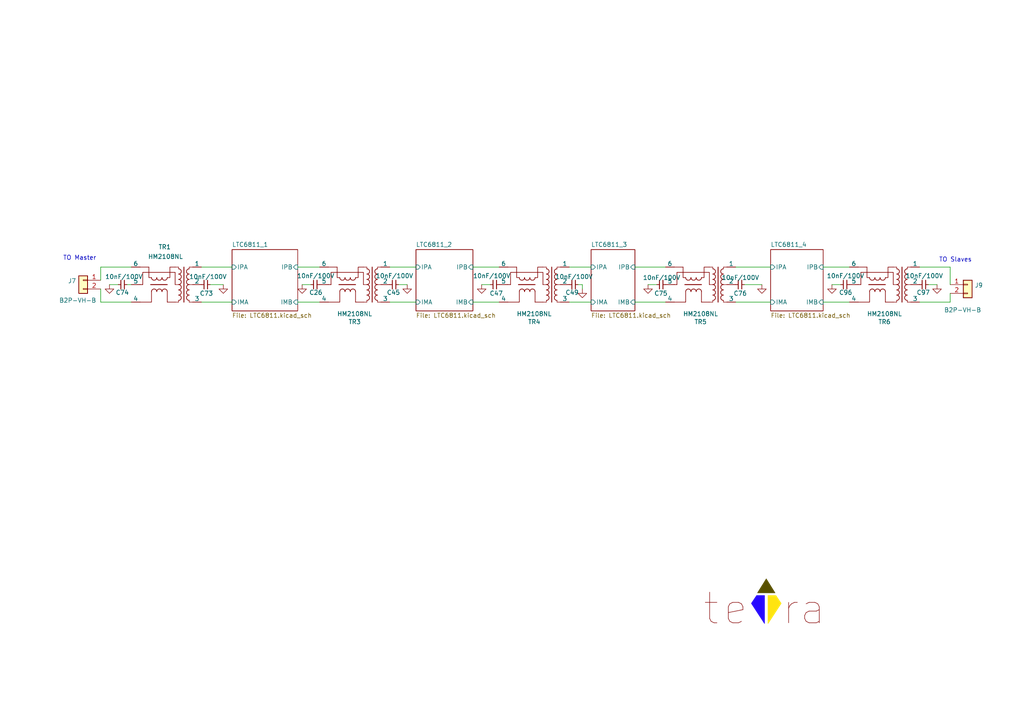
<source format=kicad_sch>
(kicad_sch
	(version 20231120)
	(generator "eeschema")
	(generator_version "8.0")
	(uuid "c41df499-68de-4aa0-9182-9e8acfd86439")
	(paper "A4")
	(lib_symbols
		(symbol "Library:C"
			(pin_numbers hide)
			(pin_names
				(offset 0.254)
			)
			(exclude_from_sim no)
			(in_bom yes)
			(on_board yes)
			(property "Reference" "C"
				(at 0.635 2.54 0)
				(effects
					(font
						(size 1.27 1.27)
					)
					(justify left)
				)
			)
			(property "Value" "C"
				(at 0.635 -2.54 0)
				(effects
					(font
						(size 1.27 1.27)
					)
					(justify left)
				)
			)
			(property "Footprint" ""
				(at 0.9652 -3.81 0)
				(effects
					(font
						(size 1.27 1.27)
					)
					(hide yes)
				)
			)
			(property "Datasheet" "~"
				(at 0 0 0)
				(effects
					(font
						(size 1.27 1.27)
					)
					(hide yes)
				)
			)
			(property "Description" "Unpolarized capacitor"
				(at 0 0 0)
				(effects
					(font
						(size 1.27 1.27)
					)
					(hide yes)
				)
			)
			(property "ki_keywords" "cap capacitor"
				(at 0 0 0)
				(effects
					(font
						(size 1.27 1.27)
					)
					(hide yes)
				)
			)
			(property "ki_fp_filters" "C_*"
				(at 0 0 0)
				(effects
					(font
						(size 1.27 1.27)
					)
					(hide yes)
				)
			)
			(symbol "C_1_1"
				(polyline
					(pts
						(xy -1.27 -0.508) (xy 1.27 -0.508)
					)
					(stroke
						(width 0.254)
						(type default)
					)
					(fill
						(type none)
					)
				)
				(polyline
					(pts
						(xy -1.27 0.508) (xy 1.27 0.508)
					)
					(stroke
						(width 0.254)
						(type default)
					)
					(fill
						(type none)
					)
				)
				(pin passive line
					(at 0 1.27 270)
					(length 0.762)
					(name "~"
						(effects
							(font
								(size 1.27 1.27)
							)
						)
					)
					(number "1"
						(effects
							(font
								(size 1.27 1.27)
							)
						)
					)
				)
				(pin passive line
					(at 0 -1.27 90)
					(length 0.762)
					(name "~"
						(effects
							(font
								(size 1.27 1.27)
							)
						)
					)
					(number "2"
						(effects
							(font
								(size 1.27 1.27)
							)
						)
					)
				)
			)
		)
		(symbol "Library:Conn_01x02"
			(pin_names
				(offset 1.016) hide)
			(exclude_from_sim no)
			(in_bom yes)
			(on_board yes)
			(property "Reference" "J"
				(at 0 2.54 0)
				(effects
					(font
						(size 1.27 1.27)
					)
				)
			)
			(property "Value" "Conn_01x02"
				(at 0 -5.08 0)
				(effects
					(font
						(size 1.27 1.27)
					)
				)
			)
			(property "Footprint" ""
				(at 0 0 0)
				(effects
					(font
						(size 1.27 1.27)
					)
					(hide yes)
				)
			)
			(property "Datasheet" "~"
				(at 0 0 0)
				(effects
					(font
						(size 1.27 1.27)
					)
					(hide yes)
				)
			)
			(property "Description" "Generic connector, single row, 01x02, script generated (kicad-library-utils/schlib/autogen/connector/)"
				(at 0 0 0)
				(effects
					(font
						(size 1.27 1.27)
					)
					(hide yes)
				)
			)
			(property "ki_keywords" "connector"
				(at 0 0 0)
				(effects
					(font
						(size 1.27 1.27)
					)
					(hide yes)
				)
			)
			(property "ki_fp_filters" "Connector*:*_1x??_*"
				(at 0 0 0)
				(effects
					(font
						(size 1.27 1.27)
					)
					(hide yes)
				)
			)
			(symbol "Conn_01x02_1_1"
				(rectangle
					(start -1.27 -2.413)
					(end 0 -2.667)
					(stroke
						(width 0.1524)
						(type default)
					)
					(fill
						(type none)
					)
				)
				(rectangle
					(start -1.27 0.127)
					(end 0 -0.127)
					(stroke
						(width 0.1524)
						(type default)
					)
					(fill
						(type none)
					)
				)
				(rectangle
					(start -1.27 1.27)
					(end 1.27 -3.81)
					(stroke
						(width 0.254)
						(type default)
					)
					(fill
						(type background)
					)
				)
				(pin passive line
					(at -5.08 0 0)
					(length 3.81)
					(name "Pin_1"
						(effects
							(font
								(size 1.27 1.27)
							)
						)
					)
					(number "1"
						(effects
							(font
								(size 1.27 1.27)
							)
						)
					)
				)
				(pin passive line
					(at -5.08 -2.54 0)
					(length 3.81)
					(name "Pin_2"
						(effects
							(font
								(size 1.27 1.27)
							)
						)
					)
					(number "2"
						(effects
							(font
								(size 1.27 1.27)
							)
						)
					)
				)
			)
		)
		(symbol "Library:GND_PACK"
			(power)
			(pin_names
				(offset 0)
			)
			(exclude_from_sim no)
			(in_bom yes)
			(on_board yes)
			(property "Reference" "#PWR"
				(at 0 -6.35 0)
				(effects
					(font
						(size 1.27 1.27)
					)
					(hide yes)
				)
			)
			(property "Value" "GND_PACK"
				(at 0 -3.81 0)
				(effects
					(font
						(size 1.27 1.27)
					)
				)
			)
			(property "Footprint" ""
				(at 0 0 0)
				(effects
					(font
						(size 1.27 1.27)
					)
					(hide yes)
				)
			)
			(property "Datasheet" ""
				(at 0 0 0)
				(effects
					(font
						(size 1.27 1.27)
					)
					(hide yes)
				)
			)
			(property "Description" "Power symbol creates a global label with name \"GND_PACK\" , ground"
				(at 0 0 0)
				(effects
					(font
						(size 1.27 1.27)
					)
					(hide yes)
				)
			)
			(property "ki_keywords" "global power"
				(at 0 0 0)
				(effects
					(font
						(size 1.27 1.27)
					)
					(hide yes)
				)
			)
			(symbol "GND_PACK_0_1"
				(polyline
					(pts
						(xy 0 0) (xy 0 -1.27) (xy 1.27 -1.27) (xy 0 -2.54) (xy -1.27 -1.27) (xy 0 -1.27)
					)
					(stroke
						(width 0)
						(type default)
					)
					(fill
						(type none)
					)
				)
			)
			(symbol "GND_PACK_1_1"
				(pin power_in line
					(at 0 0 270)
					(length 0) hide
					(name "GND_PACK"
						(effects
							(font
								(size 1.27 1.27)
							)
						)
					)
					(number "1"
						(effects
							(font
								(size 1.27 1.27)
							)
						)
					)
				)
			)
		)
		(symbol "Library:HM2108NL"
			(pin_numbers hide)
			(pin_names
				(offset 0)
			)
			(exclude_from_sim no)
			(in_bom yes)
			(on_board yes)
			(property "Reference" "TR"
				(at 0 -13.97 0)
				(effects
					(font
						(size 1.27 1.27)
					)
				)
			)
			(property "Value" "HM2108NL"
				(at -5.08 6.35 0)
				(effects
					(font
						(size 1.27 1.27)
					)
				)
			)
			(property "Footprint" ""
				(at 1.27 -2.54 0)
				(effects
					(font
						(size 1.27 1.27)
					)
					(hide yes)
				)
			)
			(property "Datasheet" ""
				(at 1.27 -2.54 0)
				(effects
					(font
						(size 1.27 1.27)
					)
					(hide yes)
				)
			)
			(property "Description" ""
				(at 0 0 0)
				(effects
					(font
						(size 1.27 1.27)
					)
					(hide yes)
				)
			)
			(symbol "HM2108NL_1_1"
				(arc
					(start -9.398 0.762)
					(mid -8.636 0.0033)
					(end -7.874 0.762)
					(stroke
						(width 0.2032)
						(type solid)
					)
					(fill
						(type none)
					)
				)
				(arc
					(start -7.874 -3.302)
					(mid -8.636 -2.5433)
					(end -9.398 -3.302)
					(stroke
						(width 0.2032)
						(type solid)
					)
					(fill
						(type none)
					)
				)
				(arc
					(start -7.874 0.762)
					(mid -7.112 0.0033)
					(end -6.35 0.762)
					(stroke
						(width 0.2032)
						(type solid)
					)
					(fill
						(type none)
					)
				)
				(arc
					(start -6.35 -3.302)
					(mid -7.112 -2.5433)
					(end -7.874 -3.302)
					(stroke
						(width 0.2032)
						(type solid)
					)
					(fill
						(type none)
					)
				)
				(arc
					(start -6.35 0.762)
					(mid -5.588 0.0033)
					(end -4.826 0.762)
					(stroke
						(width 0.2032)
						(type solid)
					)
					(fill
						(type none)
					)
				)
				(arc
					(start -4.826 -3.302)
					(mid -5.588 -2.5433)
					(end -6.35 -3.302)
					(stroke
						(width 0.2032)
						(type solid)
					)
					(fill
						(type none)
					)
				)
				(arc
					(start -1.524 -5.842)
					(mid -0.7653 -5.08)
					(end -1.524 -4.318)
					(stroke
						(width 0.2032)
						(type solid)
					)
					(fill
						(type none)
					)
				)
				(arc
					(start -1.524 -4.318)
					(mid -0.7653 -3.556)
					(end -1.524 -2.794)
					(stroke
						(width 0.2032)
						(type solid)
					)
					(fill
						(type none)
					)
				)
				(arc
					(start -1.524 -2.794)
					(mid -0.7653 -2.032)
					(end -1.524 -1.27)
					(stroke
						(width 0.2032)
						(type solid)
					)
					(fill
						(type none)
					)
				)
				(arc
					(start -1.524 -1.27)
					(mid -0.7653 -0.508)
					(end -1.524 0.254)
					(stroke
						(width 0.2032)
						(type solid)
					)
					(fill
						(type none)
					)
				)
				(arc
					(start -1.524 0.254)
					(mid -0.7653 1.016)
					(end -1.524 1.778)
					(stroke
						(width 0.2032)
						(type solid)
					)
					(fill
						(type none)
					)
				)
				(arc
					(start -1.524 1.778)
					(mid -0.7653 2.54)
					(end -1.524 3.302)
					(stroke
						(width 0.2032)
						(type solid)
					)
					(fill
						(type none)
					)
				)
				(polyline
					(pts
						(xy -12.7 -1.27) (xy -11.938 -1.27)
					)
					(stroke
						(width 0.1778)
						(type solid)
					)
					(fill
						(type none)
					)
				)
				(polyline
					(pts
						(xy -10.16 -6.35) (xy -12.7 -6.35)
					)
					(stroke
						(width 0.1778)
						(type solid)
					)
					(fill
						(type none)
					)
				)
				(polyline
					(pts
						(xy -9.652 -1.27) (xy -4.826 -1.27)
					)
					(stroke
						(width 0.254)
						(type solid)
					)
					(fill
						(type none)
					)
				)
				(polyline
					(pts
						(xy -4.826 0.762) (xy -4.826 3.81)
					)
					(stroke
						(width 0.1778)
						(type solid)
					)
					(fill
						(type none)
					)
				)
				(polyline
					(pts
						(xy -4.826 3.81) (xy -2.54 3.81)
					)
					(stroke
						(width 0.1778)
						(type solid)
					)
					(fill
						(type none)
					)
				)
				(polyline
					(pts
						(xy 0 -6.35) (xy 0 3.81)
					)
					(stroke
						(width 0.254)
						(type solid)
					)
					(fill
						(type none)
					)
				)
				(polyline
					(pts
						(xy -12.7 3.81) (xy -9.398 3.81) (xy -9.398 0.762)
					)
					(stroke
						(width 0.1778)
						(type solid)
					)
					(fill
						(type none)
					)
				)
				(polyline
					(pts
						(xy -10.16 -6.35) (xy -10.16 -3.302) (xy -9.398 -3.302)
					)
					(stroke
						(width 0.1778)
						(type solid)
					)
					(fill
						(type none)
					)
				)
				(polyline
					(pts
						(xy -1.524 -1.27) (xy -2.54 -1.27) (xy -2.54 -1.27)
					)
					(stroke
						(width 0)
						(type solid)
					)
					(fill
						(type outline)
					)
				)
				(polyline
					(pts
						(xy 1.524 -1.27) (xy 2.54 -1.27) (xy 2.54 -1.27)
					)
					(stroke
						(width 0)
						(type solid)
					)
					(fill
						(type outline)
					)
				)
				(polyline
					(pts
						(xy -4.826 -3.302) (xy -4.064 -3.302) (xy -4.064 -6.35) (xy -2.54 -6.35)
					)
					(stroke
						(width 0.1778)
						(type solid)
					)
					(fill
						(type none)
					)
				)
				(polyline
					(pts
						(xy -2.54 -1.27) (xy -2.54 -4.826) (xy -11.938 -4.826) (xy -11.938 -1.27)
					)
					(stroke
						(width 0.1778)
						(type solid)
					)
					(fill
						(type none)
					)
				)
				(polyline
					(pts
						(xy -1.524 -5.842) (xy -1.524 -6.35) (xy -2.54 -6.35) (xy -2.54 -6.35)
					)
					(stroke
						(width 0)
						(type solid)
					)
					(fill
						(type none)
					)
				)
				(polyline
					(pts
						(xy -1.524 3.302) (xy -1.524 3.81) (xy -2.54 3.81) (xy -2.54 3.81)
					)
					(stroke
						(width 0)
						(type solid)
					)
					(fill
						(type none)
					)
				)
				(polyline
					(pts
						(xy 1.524 -5.842) (xy 1.524 -6.35) (xy 2.54 -6.35) (xy 2.54 -6.35)
					)
					(stroke
						(width 0)
						(type solid)
					)
					(fill
						(type none)
					)
				)
				(polyline
					(pts
						(xy 1.524 3.302) (xy 1.524 3.81) (xy 2.54 3.81) (xy 2.54 3.81)
					)
					(stroke
						(width 0)
						(type solid)
					)
					(fill
						(type none)
					)
				)
				(arc
					(start 1.524 -4.318)
					(mid 0.7653 -5.08)
					(end 1.524 -5.842)
					(stroke
						(width 0.2032)
						(type solid)
					)
					(fill
						(type none)
					)
				)
				(arc
					(start 1.524 -2.794)
					(mid 0.7653 -3.556)
					(end 1.524 -4.318)
					(stroke
						(width 0.2032)
						(type solid)
					)
					(fill
						(type none)
					)
				)
				(arc
					(start 1.524 -1.27)
					(mid 0.7653 -2.032)
					(end 1.524 -2.794)
					(stroke
						(width 0.2032)
						(type solid)
					)
					(fill
						(type none)
					)
				)
				(arc
					(start 1.524 0.254)
					(mid 0.7653 -0.508)
					(end 1.524 -1.27)
					(stroke
						(width 0.2032)
						(type solid)
					)
					(fill
						(type none)
					)
				)
				(arc
					(start 1.524 1.778)
					(mid 0.7653 1.016)
					(end 1.524 0.254)
					(stroke
						(width 0.2032)
						(type solid)
					)
					(fill
						(type none)
					)
				)
				(arc
					(start 1.524 3.302)
					(mid 0.7653 2.54)
					(end 1.524 1.778)
					(stroke
						(width 0.2032)
						(type solid)
					)
					(fill
						(type none)
					)
				)
				(pin passive line
					(at 5.08 -6.35 180)
					(length 2.54)
					(name "1"
						(effects
							(font
								(size 1.27 1.27)
							)
						)
					)
					(number "1"
						(effects
							(font
								(size 1.27 1.27)
							)
						)
					)
				)
				(pin passive line
					(at 5.08 -1.27 180)
					(length 2.54)
					(name "2"
						(effects
							(font
								(size 1.27 1.27)
							)
						)
					)
					(number "2"
						(effects
							(font
								(size 1.27 1.27)
							)
						)
					)
				)
				(pin passive line
					(at 5.08 3.81 180)
					(length 2.54)
					(name "3"
						(effects
							(font
								(size 1.27 1.27)
							)
						)
					)
					(number "3"
						(effects
							(font
								(size 1.27 1.27)
							)
						)
					)
				)
				(pin passive line
					(at -15.24 3.81 0)
					(length 2.54)
					(name "4"
						(effects
							(font
								(size 1.27 1.27)
							)
						)
					)
					(number "4"
						(effects
							(font
								(size 1.27 1.27)
							)
						)
					)
				)
				(pin passive line
					(at -15.24 -1.27 0)
					(length 2.54)
					(name "5"
						(effects
							(font
								(size 1.27 1.27)
							)
						)
					)
					(number "5"
						(effects
							(font
								(size 1.27 1.27)
							)
						)
					)
				)
				(pin passive line
					(at -15.24 -6.35 0)
					(length 2.54)
					(name "6"
						(effects
							(font
								(size 1.27 1.27)
							)
						)
					)
					(number "6"
						(effects
							(font
								(size 1.27 1.27)
							)
						)
					)
				)
			)
		)
		(symbol "Library:Logo_Tetra"
			(exclude_from_sim no)
			(in_bom yes)
			(on_board yes)
			(property "Reference" "U"
				(at -0.762 0 0)
				(effects
					(font
						(size 1.27 1.27)
					)
				)
			)
			(property "Value" ""
				(at -0.762 0 0)
				(effects
					(font
						(size 1.27 1.27)
					)
				)
			)
			(property "Footprint" ""
				(at -0.762 0 0)
				(effects
					(font
						(size 1.27 1.27)
					)
					(hide yes)
				)
			)
			(property "Datasheet" ""
				(at -0.762 0 0)
				(effects
					(font
						(size 1.27 1.27)
					)
					(hide yes)
				)
			)
			(property "Description" ""
				(at -0.762 0 0)
				(effects
					(font
						(size 1.27 1.27)
					)
					(hide yes)
				)
			)
			(symbol "Logo_Tetra_1_1"
				(polyline
					(pts
						(xy 0 7.366) (xy -2.54 3.302) (xy 2.54 3.302) (xy 0 7.366)
					)
					(stroke
						(width 0)
						(type default)
						(color 88 80 0 1)
					)
					(fill
						(type color)
						(color 88 80 0 1)
					)
				)
				(polyline
					(pts
						(xy -0.508 2.54) (xy -2.794 2.54) (xy -4.318 0.254) (xy -0.508 -5.588) (xy -0.508 2.54)
					)
					(stroke
						(width 0)
						(type default)
						(color 38 9 255 1)
					)
					(fill
						(type color)
						(color 38 9 255 1)
					)
				)
				(polyline
					(pts
						(xy 0.508 2.54) (xy 2.794 2.54) (xy 4.318 0.254) (xy 0.508 -5.588) (xy 0.508 2.54)
					)
					(stroke
						(width 0)
						(type default)
						(color 255 228 16 1)
					)
					(fill
						(type color)
						(color 255 228 16 1)
					)
				)
				(text "a"
					(at 13.462 -1.27 0)
					(effects
						(font
							(face "KiCad Font")
							(size 8.89 8.89)
						)
					)
				)
				(text "e"
					(at -8.89 -1.27 0)
					(effects
						(font
							(face "KiCad Font")
							(size 8.89 8.89)
						)
					)
				)
				(text "r"
					(at 7.112 -1.27 0)
					(effects
						(font
							(size 8.89 8.89)
						)
					)
				)
				(text "t"
					(at -16.002 -1.27 0)
					(effects
						(font
							(size 8.89 8.89)
						)
					)
				)
			)
		)
	)
	(wire
		(pts
			(xy 165.1 87.63) (xy 171.45 87.63)
		)
		(stroke
			(width 0)
			(type default)
		)
		(uuid "026d5bda-13df-477f-9114-048a41c18074")
	)
	(wire
		(pts
			(xy 86.36 87.63) (xy 92.71 87.63)
		)
		(stroke
			(width 0)
			(type default)
		)
		(uuid "0631eeda-8c65-4e41-a64a-f889a914ec3f")
	)
	(wire
		(pts
			(xy 215.9 82.55) (xy 220.98 82.55)
		)
		(stroke
			(width 0)
			(type default)
		)
		(uuid "0941cad5-4b47-4509-a698-dc088f050e81")
	)
	(wire
		(pts
			(xy 113.03 87.63) (xy 120.65 87.63)
		)
		(stroke
			(width 0)
			(type default)
		)
		(uuid "12c97bc9-476d-4d8a-81be-93f898bc9c94")
	)
	(wire
		(pts
			(xy 213.36 77.47) (xy 223.52 77.47)
		)
		(stroke
			(width 0)
			(type default)
		)
		(uuid "1b0dbf3c-e2fa-41c7-a7a4-ca93779d390c")
	)
	(wire
		(pts
			(xy 87.63 82.55) (xy 90.17 82.55)
		)
		(stroke
			(width 0)
			(type default)
		)
		(uuid "2882c383-0362-4517-9d68-555a172b139f")
	)
	(wire
		(pts
			(xy 115.57 82.55) (xy 118.11 82.55)
		)
		(stroke
			(width 0)
			(type default)
		)
		(uuid "28ecab1c-dbb6-46cd-ab0c-2230b4821c41")
	)
	(wire
		(pts
			(xy 38.1 77.47) (xy 29.21 77.47)
		)
		(stroke
			(width 0)
			(type default)
		)
		(uuid "2f13a264-bc74-4f1e-b6fb-d4b71cb3b594")
	)
	(wire
		(pts
			(xy 29.21 87.63) (xy 29.21 83.82)
		)
		(stroke
			(width 0)
			(type default)
		)
		(uuid "3bfe4f6d-9f62-4ee6-b1ce-f7d625b72029")
	)
	(wire
		(pts
			(xy 184.15 77.47) (xy 193.04 77.47)
		)
		(stroke
			(width 0)
			(type default)
		)
		(uuid "46fe4826-04cb-4473-b3f2-71292ef59e0f")
	)
	(wire
		(pts
			(xy 137.16 77.47) (xy 144.78 77.47)
		)
		(stroke
			(width 0)
			(type default)
		)
		(uuid "4be926ef-050b-4035-b2a4-5051e967f0f7")
	)
	(wire
		(pts
			(xy 238.76 87.63) (xy 246.38 87.63)
		)
		(stroke
			(width 0)
			(type default)
		)
		(uuid "52967050-7996-4201-b246-233e5ef57cca")
	)
	(wire
		(pts
			(xy 29.21 77.47) (xy 29.21 81.28)
		)
		(stroke
			(width 0)
			(type default)
		)
		(uuid "5dcbed1f-9b4c-43ba-9936-b618fde2ea27")
	)
	(wire
		(pts
			(xy 139.7 82.55) (xy 142.24 82.55)
		)
		(stroke
			(width 0)
			(type default)
		)
		(uuid "64a65d19-79c6-469d-b6d9-2287888bad8c")
	)
	(wire
		(pts
			(xy 168.91 82.55) (xy 167.64 82.55)
		)
		(stroke
			(width 0)
			(type default)
		)
		(uuid "6e8c0ecd-3ad7-43b3-9a3d-81abb4e47bbd")
	)
	(wire
		(pts
			(xy 266.7 87.63) (xy 275.59 87.63)
		)
		(stroke
			(width 0)
			(type default)
		)
		(uuid "6ee1d74f-3575-4e5d-a0dd-553bed8b1a76")
	)
	(wire
		(pts
			(xy 184.15 87.63) (xy 193.04 87.63)
		)
		(stroke
			(width 0)
			(type default)
		)
		(uuid "6f07d1b0-2b58-4d38-81e2-0b75145952aa")
	)
	(wire
		(pts
			(xy 58.42 87.63) (xy 67.31 87.63)
		)
		(stroke
			(width 0)
			(type default)
		)
		(uuid "74c4ef9b-7493-4d71-8da8-96d14f6bdf25")
	)
	(wire
		(pts
			(xy 275.59 87.63) (xy 275.59 85.09)
		)
		(stroke
			(width 0)
			(type default)
		)
		(uuid "75342cfc-ce5d-492c-b0cb-cef3139cc243")
	)
	(wire
		(pts
			(xy 64.77 82.55) (xy 60.96 82.55)
		)
		(stroke
			(width 0)
			(type default)
		)
		(uuid "763148c4-3719-4b18-a5ad-0b2228612314")
	)
	(wire
		(pts
			(xy 168.91 82.55) (xy 168.91 83.82)
		)
		(stroke
			(width 0)
			(type default)
		)
		(uuid "790da6ee-3da5-4647-8dae-8490d9d8ec30")
	)
	(wire
		(pts
			(xy 213.36 87.63) (xy 223.52 87.63)
		)
		(stroke
			(width 0)
			(type default)
		)
		(uuid "82e8aeda-1b90-4b98-96bb-66f05c21e036")
	)
	(wire
		(pts
			(xy 31.75 82.55) (xy 34.29 82.55)
		)
		(stroke
			(width 0)
			(type default)
		)
		(uuid "8e5044f9-f7bd-444c-804b-a214da1d0334")
	)
	(wire
		(pts
			(xy 275.59 77.47) (xy 275.59 82.55)
		)
		(stroke
			(width 0)
			(type default)
		)
		(uuid "99f8f67a-c427-4bbb-9370-c20de5edb07e")
	)
	(wire
		(pts
			(xy 36.83 82.55) (xy 38.1 82.55)
		)
		(stroke
			(width 0)
			(type default)
		)
		(uuid "9a2c234b-f954-4265-8f8d-18f69a4150e1")
	)
	(wire
		(pts
			(xy 113.03 77.47) (xy 120.65 77.47)
		)
		(stroke
			(width 0)
			(type default)
		)
		(uuid "a0b1586b-b6d6-47b4-aa88-6d81543eb819")
	)
	(wire
		(pts
			(xy 58.42 77.47) (xy 67.31 77.47)
		)
		(stroke
			(width 0)
			(type default)
		)
		(uuid "a79e9a3e-037e-4327-8726-e9c2f8184f24")
	)
	(wire
		(pts
			(xy 266.7 77.47) (xy 275.59 77.47)
		)
		(stroke
			(width 0)
			(type default)
		)
		(uuid "b4a8c125-c5ff-4be1-8758-32d4712ac70a")
	)
	(wire
		(pts
			(xy 238.76 77.47) (xy 246.38 77.47)
		)
		(stroke
			(width 0)
			(type default)
		)
		(uuid "bc2f15b0-2ef5-48b0-b39f-7072364d0891")
	)
	(wire
		(pts
			(xy 86.36 77.47) (xy 92.71 77.47)
		)
		(stroke
			(width 0)
			(type default)
		)
		(uuid "c0811ac5-853c-43c7-8375-8f6fe81db300")
	)
	(wire
		(pts
			(xy 165.1 77.47) (xy 171.45 77.47)
		)
		(stroke
			(width 0)
			(type default)
		)
		(uuid "c11cf44e-7f8d-45c0-8c29-bdfae159dbf3")
	)
	(wire
		(pts
			(xy 137.16 87.63) (xy 144.78 87.63)
		)
		(stroke
			(width 0)
			(type default)
		)
		(uuid "c5cc9c48-dcc1-4686-8db9-349df05ef020")
	)
	(wire
		(pts
			(xy 187.96 82.55) (xy 190.5 82.55)
		)
		(stroke
			(width 0)
			(type default)
		)
		(uuid "c97e26bb-dc03-4f7b-a3ce-72da709300d7")
	)
	(wire
		(pts
			(xy 269.24 82.55) (xy 271.78 82.55)
		)
		(stroke
			(width 0)
			(type default)
		)
		(uuid "e3a85f49-8d2a-41bb-9509-fd91b0cf0b84")
	)
	(wire
		(pts
			(xy 241.3 82.55) (xy 243.84 82.55)
		)
		(stroke
			(width 0)
			(type default)
		)
		(uuid "f28226d1-d563-46a5-ae1b-a920b8a99e40")
	)
	(wire
		(pts
			(xy 38.1 87.63) (xy 29.21 87.63)
		)
		(stroke
			(width 0)
			(type default)
		)
		(uuid "f7f7279a-9e01-4b51-b978-3a2e02a8f2fb")
	)
	(text "TO Master"
		(exclude_from_sim no)
		(at 23.114 74.93 0)
		(effects
			(font
				(size 1.27 1.27)
			)
		)
		(uuid "8511b27d-a852-4513-ba63-a4f671833e67")
	)
	(text "TO Slaves"
		(exclude_from_sim no)
		(at 277.114 75.438 0)
		(effects
			(font
				(size 1.27 1.27)
			)
		)
		(uuid "bb924d7b-5bc6-46bc-af1f-92ef2f0be2d1")
	)
	(symbol
		(lib_id "Library:GND_PACK")
		(at 31.75 82.55 0)
		(unit 1)
		(exclude_from_sim no)
		(in_bom yes)
		(on_board yes)
		(dnp no)
		(uuid "00d5c853-953b-42da-ab3e-39a2c670355d")
		(property "Reference" "#PWR011"
			(at 31.75 88.9 0)
			(effects
				(font
					(size 1.27 1.27)
				)
				(hide yes)
			)
		)
		(property "Value" "GND_PACK"
			(at 32.385 85.725 0)
			(effects
				(font
					(size 1.27 1.27)
				)
				(hide yes)
			)
		)
		(property "Footprint" ""
			(at 31.75 82.55 0)
			(effects
				(font
					(size 1.27 1.27)
				)
				(hide yes)
			)
		)
		(property "Datasheet" ""
			(at 31.75 82.55 0)
			(effects
				(font
					(size 1.27 1.27)
				)
				(hide yes)
			)
		)
		(property "Description" ""
			(at 31.75 82.55 0)
			(effects
				(font
					(size 1.27 1.27)
				)
				(hide yes)
			)
		)
		(pin "1"
			(uuid "bcae1236-ce2b-4bdb-a1e6-4ae93f84b817")
		)
		(instances
			(project "LTC6811_ESP32_V2"
				(path "/6a86ff6f-b159-4c4c-8a40-e732cc82e010/6b51f869-3fd5-42f9-b3ca-66a1d105433e"
					(reference "#PWR011")
					(unit 1)
				)
			)
		)
	)
	(symbol
		(lib_id "Library:HM2108NL")
		(at 53.34 83.82 0)
		(mirror x)
		(unit 1)
		(exclude_from_sim no)
		(in_bom yes)
		(on_board yes)
		(dnp no)
		(uuid "08b055bd-0142-42b9-b3fa-6cb6a1509464")
		(property "Reference" "TR1"
			(at 47.752 71.628 0)
			(effects
				(font
					(size 1.27 1.27)
				)
			)
		)
		(property "Value" "HM2108NL"
			(at 48.006 74.422 0)
			(effects
				(font
					(size 1.27 1.27)
				)
			)
		)
		(property "Footprint" "Transformer_SMD:HM2108NL"
			(at 54.61 81.28 0)
			(effects
				(font
					(size 1.27 1.27)
				)
				(hide yes)
			)
		)
		(property "Datasheet" "https://productfinder.pulseelectronics.com/api/open/part-attachments/datasheet/HM2108NL"
			(at 54.61 81.28 0)
			(effects
				(font
					(size 1.27 1.27)
				)
				(hide yes)
			)
		)
		(property "Description" "135µH Pulse Transformer Surface Mount"
			(at 53.34 83.82 0)
			(effects
				(font
					(size 1.27 1.27)
				)
				(hide yes)
			)
		)
		(property "MPN" "HM2108NL"
			(at 53.34 83.82 0)
			(effects
				(font
					(size 1.27 1.27)
				)
				(hide yes)
			)
		)
		(property "Link" "https://www.digikey.jp/en/products/detail/pulse-electronics/HM2108NL/7914611"
			(at 53.34 83.82 0)
			(effects
				(font
					(size 1.27 1.27)
				)
				(hide yes)
			)
		)
		(pin "1"
			(uuid "56fefed5-a066-4350-8e26-6d210d269847")
		)
		(pin "2"
			(uuid "590cdf5d-2f63-48bc-8aa1-8e450d1d1126")
		)
		(pin "3"
			(uuid "03a4706d-9ad9-4a75-963b-4824a7b647ed")
		)
		(pin "4"
			(uuid "d349b03b-3fea-4872-ad1c-00d48cc477a8")
		)
		(pin "5"
			(uuid "0a6f1641-9602-4551-bb5e-91e12e02c463")
		)
		(pin "6"
			(uuid "f8bd0b3c-3bf9-490b-bdd9-997f0f70156b")
		)
		(instances
			(project "LTC6811_ESP32_V2"
				(path "/6a86ff6f-b159-4c4c-8a40-e732cc82e010/6b51f869-3fd5-42f9-b3ca-66a1d105433e"
					(reference "TR1")
					(unit 1)
				)
			)
		)
	)
	(symbol
		(lib_id "Library:GND_PACK")
		(at 220.98 82.55 0)
		(mirror y)
		(unit 1)
		(exclude_from_sim no)
		(in_bom yes)
		(on_board yes)
		(dnp no)
		(uuid "0bb58fa3-ea42-4fd1-9af0-ba9a8de58a63")
		(property "Reference" "#PWR016"
			(at 220.98 88.9 0)
			(effects
				(font
					(size 1.27 1.27)
				)
				(hide yes)
			)
		)
		(property "Value" "GND_PACK"
			(at 220.345 85.725 0)
			(effects
				(font
					(size 1.27 1.27)
				)
				(hide yes)
			)
		)
		(property "Footprint" ""
			(at 220.98 82.55 0)
			(effects
				(font
					(size 1.27 1.27)
				)
				(hide yes)
			)
		)
		(property "Datasheet" ""
			(at 220.98 82.55 0)
			(effects
				(font
					(size 1.27 1.27)
				)
				(hide yes)
			)
		)
		(property "Description" ""
			(at 220.98 82.55 0)
			(effects
				(font
					(size 1.27 1.27)
				)
				(hide yes)
			)
		)
		(pin "1"
			(uuid "2f61b16a-1c74-4905-81dc-841e49b0a6d9")
		)
		(instances
			(project "LTC6811_ESP32_V2"
				(path "/6a86ff6f-b159-4c4c-8a40-e732cc82e010/6b51f869-3fd5-42f9-b3ca-66a1d105433e"
					(reference "#PWR016")
					(unit 1)
				)
			)
		)
	)
	(symbol
		(lib_id "Library:HM2108NL")
		(at 208.28 83.82 0)
		(mirror x)
		(unit 1)
		(exclude_from_sim no)
		(in_bom yes)
		(on_board yes)
		(dnp no)
		(uuid "0d08a5ee-baca-48c7-834f-aae31ede8f8b")
		(property "Reference" "TR5"
			(at 203.2 93.345 0)
			(effects
				(font
					(size 1.27 1.27)
				)
			)
		)
		(property "Value" "HM2108NL"
			(at 203.2 91.0336 0)
			(effects
				(font
					(size 1.27 1.27)
				)
			)
		)
		(property "Footprint" "Transformer_SMD:HM2108NL"
			(at 209.55 81.28 0)
			(effects
				(font
					(size 1.27 1.27)
				)
				(hide yes)
			)
		)
		(property "Datasheet" "https://productfinder.pulseelectronics.com/api/open/part-attachments/datasheet/HM2108NL"
			(at 209.55 81.28 0)
			(effects
				(font
					(size 1.27 1.27)
				)
				(hide yes)
			)
		)
		(property "Description" "135µH Pulse Transformer Surface Mount"
			(at 208.28 83.82 0)
			(effects
				(font
					(size 1.27 1.27)
				)
				(hide yes)
			)
		)
		(property "MPN" "HM2108NL"
			(at 208.28 83.82 0)
			(effects
				(font
					(size 1.27 1.27)
				)
				(hide yes)
			)
		)
		(property "Link" "https://www.digikey.jp/en/products/detail/pulse-electronics/HM2108NL/7914611"
			(at 208.28 83.82 0)
			(effects
				(font
					(size 1.27 1.27)
				)
				(hide yes)
			)
		)
		(pin "1"
			(uuid "62284f82-7733-4d85-aada-26b5cef6b129")
		)
		(pin "2"
			(uuid "235d7777-2065-494c-8cb1-3410bf4a64f9")
		)
		(pin "3"
			(uuid "82c37073-6a99-40ca-a4f2-d92ec58586eb")
		)
		(pin "4"
			(uuid "51292a2e-d4fd-4780-8510-bfc8bf7444a3")
		)
		(pin "5"
			(uuid "dfb04a26-7fc2-4112-9673-cc6097a33c28")
		)
		(pin "6"
			(uuid "8a643b84-b71b-4753-a830-462620e4ef32")
		)
		(instances
			(project "LTC6811_ESP32_V2"
				(path "/6a86ff6f-b159-4c4c-8a40-e732cc82e010/6b51f869-3fd5-42f9-b3ca-66a1d105433e"
					(reference "TR5")
					(unit 1)
				)
			)
		)
	)
	(symbol
		(lib_id "Library:C")
		(at 245.11 82.55 270)
		(unit 1)
		(exclude_from_sim no)
		(in_bom yes)
		(on_board yes)
		(dnp no)
		(uuid "17b9a985-3d31-414f-8cde-976f57fc18a4")
		(property "Reference" "C96"
			(at 243.332 84.836 90)
			(effects
				(font
					(size 1.27 1.27)
				)
				(justify left)
			)
		)
		(property "Value" "10nF/100V"
			(at 239.776 80.01 90)
			(effects
				(font
					(size 1.27 1.27)
				)
				(justify left)
			)
		)
		(property "Footprint" "Capacitor_SMD:C_0402_1005Metric"
			(at 241.3 83.5152 0)
			(effects
				(font
					(size 1.27 1.27)
				)
				(hide yes)
			)
		)
		(property "Datasheet" "https://content.kemet.com/datasheets/KEM_C1023_X7R_AUTO_SMD.pdf"
			(at 245.11 82.55 0)
			(effects
				(font
					(size 1.27 1.27)
				)
				(hide yes)
			)
		)
		(property "Description" "10000 pF ±10% 100V Ceramic Capacitor X7R 0402 (1005 Metric)"
			(at 245.11 82.55 0)
			(effects
				(font
					(size 1.27 1.27)
				)
				(hide yes)
			)
		)
		(property "MPN" "C0402C103K1RACAUTO"
			(at 245.11 82.55 0)
			(effects
				(font
					(size 1.27 1.27)
				)
				(hide yes)
			)
		)
		(property "Link" "https://www.digikey.jp/en/products/detail/kemet/C0402C103K1RACAUTO/19200876"
			(at 245.11 82.55 0)
			(effects
				(font
					(size 1.27 1.27)
				)
				(hide yes)
			)
		)
		(pin "1"
			(uuid "6d9697e1-35bd-4025-b76b-515ae1efe71f")
		)
		(pin "2"
			(uuid "e2ccc0c4-90c2-4f0e-80e5-8b6c778d8193")
		)
		(instances
			(project "LTC6811_ESP32_V2"
				(path "/6a86ff6f-b159-4c4c-8a40-e732cc82e010/6b51f869-3fd5-42f9-b3ca-66a1d105433e"
					(reference "C96")
					(unit 1)
				)
			)
		)
	)
	(symbol
		(lib_id "Library:GND_PACK")
		(at 241.3 82.55 0)
		(unit 1)
		(exclude_from_sim no)
		(in_bom yes)
		(on_board yes)
		(dnp no)
		(uuid "1b5b6233-1603-418a-80ed-5bf03c89e8d6")
		(property "Reference" "#PWR022"
			(at 241.3 88.9 0)
			(effects
				(font
					(size 1.27 1.27)
				)
				(hide yes)
			)
		)
		(property "Value" "GND_PACK"
			(at 241.935 85.725 0)
			(effects
				(font
					(size 1.27 1.27)
				)
				(hide yes)
			)
		)
		(property "Footprint" ""
			(at 241.3 82.55 0)
			(effects
				(font
					(size 1.27 1.27)
				)
				(hide yes)
			)
		)
		(property "Datasheet" ""
			(at 241.3 82.55 0)
			(effects
				(font
					(size 1.27 1.27)
				)
				(hide yes)
			)
		)
		(property "Description" ""
			(at 241.3 82.55 0)
			(effects
				(font
					(size 1.27 1.27)
				)
				(hide yes)
			)
		)
		(pin "1"
			(uuid "f7917bad-0ca0-4924-b12b-bf65162d3fca")
		)
		(instances
			(project "LTC6811_ESP32_V2"
				(path "/6a86ff6f-b159-4c4c-8a40-e732cc82e010/6b51f869-3fd5-42f9-b3ca-66a1d105433e"
					(reference "#PWR022")
					(unit 1)
				)
			)
		)
	)
	(symbol
		(lib_id "Library:HM2108NL")
		(at 261.62 83.82 0)
		(mirror x)
		(unit 1)
		(exclude_from_sim no)
		(in_bom yes)
		(on_board yes)
		(dnp no)
		(uuid "2186357b-f0bb-4889-a84e-86ba6b6c1edd")
		(property "Reference" "TR6"
			(at 256.54 93.345 0)
			(effects
				(font
					(size 1.27 1.27)
				)
			)
		)
		(property "Value" "HM2108NL"
			(at 256.54 91.0336 0)
			(effects
				(font
					(size 1.27 1.27)
				)
			)
		)
		(property "Footprint" "Transformer_SMD:HM2108NL"
			(at 262.89 81.28 0)
			(effects
				(font
					(size 1.27 1.27)
				)
				(hide yes)
			)
		)
		(property "Datasheet" "https://productfinder.pulseelectronics.com/api/open/part-attachments/datasheet/HM2108NL"
			(at 262.89 81.28 0)
			(effects
				(font
					(size 1.27 1.27)
				)
				(hide yes)
			)
		)
		(property "Description" "135µH Pulse Transformer Surface Mount"
			(at 261.62 83.82 0)
			(effects
				(font
					(size 1.27 1.27)
				)
				(hide yes)
			)
		)
		(property "MPN" "HM2108NL"
			(at 261.62 83.82 0)
			(effects
				(font
					(size 1.27 1.27)
				)
				(hide yes)
			)
		)
		(property "Link" "https://www.digikey.jp/en/products/detail/pulse-electronics/HM2108NL/7914611"
			(at 261.62 83.82 0)
			(effects
				(font
					(size 1.27 1.27)
				)
				(hide yes)
			)
		)
		(pin "1"
			(uuid "1fd427a5-23d2-4ef9-b530-a32c6d03d159")
		)
		(pin "2"
			(uuid "226a86fd-f492-4f17-bf5f-50b6ef574307")
		)
		(pin "3"
			(uuid "211c5e98-5060-46cd-9d46-d552921ed079")
		)
		(pin "4"
			(uuid "c949f9c6-23d1-4327-b3d3-8c6992e0261e")
		)
		(pin "5"
			(uuid "26a4c401-5972-43a8-a6d4-693abbb25ce6")
		)
		(pin "6"
			(uuid "44a48f6d-f414-467d-be1d-ad3440041d91")
		)
		(instances
			(project "LTC6811_ESP32_V2"
				(path "/6a86ff6f-b159-4c4c-8a40-e732cc82e010/6b51f869-3fd5-42f9-b3ca-66a1d105433e"
					(reference "TR6")
					(unit 1)
				)
			)
		)
	)
	(symbol
		(lib_id "Library:C")
		(at 191.77 82.55 270)
		(unit 1)
		(exclude_from_sim no)
		(in_bom yes)
		(on_board yes)
		(dnp no)
		(uuid "28f86cc1-27d6-4b5a-aaee-5b58eb520f57")
		(property "Reference" "C75"
			(at 189.738 85.09 90)
			(effects
				(font
					(size 1.27 1.27)
				)
				(justify left)
			)
		)
		(property "Value" "10nF/100V"
			(at 186.436 80.518 90)
			(effects
				(font
					(size 1.27 1.27)
				)
				(justify left)
			)
		)
		(property "Footprint" "Capacitor_SMD:C_0402_1005Metric"
			(at 187.96 83.5152 0)
			(effects
				(font
					(size 1.27 1.27)
				)
				(hide yes)
			)
		)
		(property "Datasheet" "https://content.kemet.com/datasheets/KEM_C1023_X7R_AUTO_SMD.pdf"
			(at 191.77 82.55 0)
			(effects
				(font
					(size 1.27 1.27)
				)
				(hide yes)
			)
		)
		(property "Description" "10000 pF ±10% 100V Ceramic Capacitor X7R 0402 (1005 Metric)"
			(at 191.77 82.55 0)
			(effects
				(font
					(size 1.27 1.27)
				)
				(hide yes)
			)
		)
		(property "MPN" "C0402C103K1RACAUTO"
			(at 191.77 82.55 0)
			(effects
				(font
					(size 1.27 1.27)
				)
				(hide yes)
			)
		)
		(property "Link" "https://www.digikey.jp/en/products/detail/kemet/C0402C103K1RACAUTO/19200876"
			(at 191.77 82.55 0)
			(effects
				(font
					(size 1.27 1.27)
				)
				(hide yes)
			)
		)
		(pin "1"
			(uuid "7bc541c7-6e6e-489d-8c3f-aa458b47e174")
		)
		(pin "2"
			(uuid "24255e38-719c-447f-9e95-67ff896f9b44")
		)
		(instances
			(project "LTC6811_ESP32_V2"
				(path "/6a86ff6f-b159-4c4c-8a40-e732cc82e010/6b51f869-3fd5-42f9-b3ca-66a1d105433e"
					(reference "C75")
					(unit 1)
				)
			)
		)
	)
	(symbol
		(lib_id "Library:C")
		(at 59.69 82.55 270)
		(mirror x)
		(unit 1)
		(exclude_from_sim no)
		(in_bom yes)
		(on_board yes)
		(dnp no)
		(uuid "32b7b6e9-8d29-4ce8-ad77-6e580890c790")
		(property "Reference" "C73"
			(at 57.912 85.09 90)
			(effects
				(font
					(size 1.27 1.27)
				)
				(justify left)
			)
		)
		(property "Value" "10nF/100V"
			(at 54.864 80.264 90)
			(effects
				(font
					(size 1.27 1.27)
				)
				(justify left)
			)
		)
		(property "Footprint" "Capacitor_SMD:C_0402_1005Metric"
			(at 55.88 81.5848 0)
			(effects
				(font
					(size 1.27 1.27)
				)
				(hide yes)
			)
		)
		(property "Datasheet" "https://content.kemet.com/datasheets/KEM_C1023_X7R_AUTO_SMD.pdf"
			(at 59.69 82.55 0)
			(effects
				(font
					(size 1.27 1.27)
				)
				(hide yes)
			)
		)
		(property "Description" "10000 pF ±10% 100V Ceramic Capacitor X7R 0402 (1005 Metric)"
			(at 59.69 82.55 0)
			(effects
				(font
					(size 1.27 1.27)
				)
				(hide yes)
			)
		)
		(property "MPN" "C0402C103K1RACAUTO"
			(at 59.69 82.55 0)
			(effects
				(font
					(size 1.27 1.27)
				)
				(hide yes)
			)
		)
		(property "Link" "https://www.digikey.jp/en/products/detail/kemet/C0402C103K1RACAUTO/19200876"
			(at 59.69 82.55 0)
			(effects
				(font
					(size 1.27 1.27)
				)
				(hide yes)
			)
		)
		(pin "1"
			(uuid "a128688b-5071-444e-83db-cf8a98a36baa")
		)
		(pin "2"
			(uuid "5772ad0c-f81a-4c9d-9fe1-3d7b8d807d44")
		)
		(instances
			(project "LTC6811_ESP32_V2"
				(path "/6a86ff6f-b159-4c4c-8a40-e732cc82e010/6b51f869-3fd5-42f9-b3ca-66a1d105433e"
					(reference "C73")
					(unit 1)
				)
			)
		)
	)
	(symbol
		(lib_id "Library:C")
		(at 267.97 82.55 90)
		(mirror x)
		(unit 1)
		(exclude_from_sim no)
		(in_bom yes)
		(on_board yes)
		(dnp no)
		(uuid "3bc7d99f-6961-47db-8232-8d571114c8a7")
		(property "Reference" "C97"
			(at 269.748 84.836 90)
			(effects
				(font
					(size 1.27 1.27)
				)
				(justify left)
			)
		)
		(property "Value" "10nF/100V"
			(at 273.558 80.01 90)
			(effects
				(font
					(size 1.27 1.27)
				)
				(justify left)
			)
		)
		(property "Footprint" "Capacitor_SMD:C_0402_1005Metric"
			(at 271.78 83.5152 0)
			(effects
				(font
					(size 1.27 1.27)
				)
				(hide yes)
			)
		)
		(property "Datasheet" "https://content.kemet.com/datasheets/KEM_C1023_X7R_AUTO_SMD.pdf"
			(at 267.97 82.55 0)
			(effects
				(font
					(size 1.27 1.27)
				)
				(hide yes)
			)
		)
		(property "Description" "10000 pF ±10% 100V Ceramic Capacitor X7R 0402 (1005 Metric)"
			(at 267.97 82.55 0)
			(effects
				(font
					(size 1.27 1.27)
				)
				(hide yes)
			)
		)
		(property "MPN" "C0402C103K1RACAUTO"
			(at 267.97 82.55 0)
			(effects
				(font
					(size 1.27 1.27)
				)
				(hide yes)
			)
		)
		(property "Link" "https://www.digikey.jp/en/products/detail/kemet/C0402C103K1RACAUTO/19200876"
			(at 267.97 82.55 0)
			(effects
				(font
					(size 1.27 1.27)
				)
				(hide yes)
			)
		)
		(pin "1"
			(uuid "dd53e750-4020-4bbb-b521-01827e2e8305")
		)
		(pin "2"
			(uuid "35e055a2-d1f6-4833-aad5-e9b9384dc7ee")
		)
		(instances
			(project "LTC6811_ESP32_V2"
				(path "/6a86ff6f-b159-4c4c-8a40-e732cc82e010/6b51f869-3fd5-42f9-b3ca-66a1d105433e"
					(reference "C97")
					(unit 1)
				)
			)
		)
	)
	(symbol
		(lib_id "Library:C")
		(at 91.44 82.55 270)
		(unit 1)
		(exclude_from_sim no)
		(in_bom yes)
		(on_board yes)
		(dnp no)
		(uuid "3feec49f-c2e8-4ef4-bc08-6ed0008e09c1")
		(property "Reference" "C26"
			(at 89.662 84.836 90)
			(effects
				(font
					(size 1.27 1.27)
				)
				(justify left)
			)
		)
		(property "Value" "10nF/100V"
			(at 86.106 80.01 90)
			(effects
				(font
					(size 1.27 1.27)
				)
				(justify left)
			)
		)
		(property "Footprint" "Capacitor_SMD:C_0402_1005Metric"
			(at 87.63 83.5152 0)
			(effects
				(font
					(size 1.27 1.27)
				)
				(hide yes)
			)
		)
		(property "Datasheet" "https://content.kemet.com/datasheets/KEM_C1023_X7R_AUTO_SMD.pdf"
			(at 91.44 82.55 0)
			(effects
				(font
					(size 1.27 1.27)
				)
				(hide yes)
			)
		)
		(property "Description" "10000 pF ±10% 100V Ceramic Capacitor X7R 0402 (1005 Metric)"
			(at 91.44 82.55 0)
			(effects
				(font
					(size 1.27 1.27)
				)
				(hide yes)
			)
		)
		(property "MPN" "C0402C103K1RACAUTO"
			(at 91.44 82.55 0)
			(effects
				(font
					(size 1.27 1.27)
				)
				(hide yes)
			)
		)
		(property "Link" "https://www.digikey.jp/en/products/detail/kemet/C0402C103K1RACAUTO/19200876"
			(at 91.44 82.55 0)
			(effects
				(font
					(size 1.27 1.27)
				)
				(hide yes)
			)
		)
		(pin "1"
			(uuid "8e2e4008-2ac3-47c8-b532-f593635c99dd")
		)
		(pin "2"
			(uuid "cc242911-466f-4421-86d3-f61d5d1d6fc7")
		)
		(instances
			(project "LTC6811_ESP32_V2"
				(path "/6a86ff6f-b159-4c4c-8a40-e732cc82e010/6b51f869-3fd5-42f9-b3ca-66a1d105433e"
					(reference "C26")
					(unit 1)
				)
			)
		)
	)
	(symbol
		(lib_id "Library:GND_PACK")
		(at 64.77 82.55 0)
		(mirror y)
		(unit 1)
		(exclude_from_sim no)
		(in_bom yes)
		(on_board yes)
		(dnp no)
		(uuid "4145a1d4-62d8-46fc-b9ec-ed1e45ec2ac6")
		(property "Reference" "#PWR09"
			(at 64.77 88.9 0)
			(effects
				(font
					(size 1.27 1.27)
				)
				(hide yes)
			)
		)
		(property "Value" "GND_PACK"
			(at 64.135 85.725 0)
			(effects
				(font
					(size 1.27 1.27)
				)
				(hide yes)
			)
		)
		(property "Footprint" ""
			(at 64.77 82.55 0)
			(effects
				(font
					(size 1.27 1.27)
				)
				(hide yes)
			)
		)
		(property "Datasheet" ""
			(at 64.77 82.55 0)
			(effects
				(font
					(size 1.27 1.27)
				)
				(hide yes)
			)
		)
		(property "Description" ""
			(at 64.77 82.55 0)
			(effects
				(font
					(size 1.27 1.27)
				)
				(hide yes)
			)
		)
		(pin "1"
			(uuid "e53ee078-6684-4b25-9692-c1aae8ff639c")
		)
		(instances
			(project "LTC6811_ESP32_V2"
				(path "/6a86ff6f-b159-4c4c-8a40-e732cc82e010/6b51f869-3fd5-42f9-b3ca-66a1d105433e"
					(reference "#PWR09")
					(unit 1)
				)
			)
		)
	)
	(symbol
		(lib_id "Library:C")
		(at 214.63 82.55 90)
		(mirror x)
		(unit 1)
		(exclude_from_sim no)
		(in_bom yes)
		(on_board yes)
		(dnp no)
		(uuid "41c59785-dc4d-4436-a324-20333bc42acd")
		(property "Reference" "C76"
			(at 216.662 85.09 90)
			(effects
				(font
					(size 1.27 1.27)
				)
				(justify left)
			)
		)
		(property "Value" "10nF/100V"
			(at 220.218 80.518 90)
			(effects
				(font
					(size 1.27 1.27)
				)
				(justify left)
			)
		)
		(property "Footprint" "Capacitor_SMD:C_0402_1005Metric"
			(at 218.44 83.5152 0)
			(effects
				(font
					(size 1.27 1.27)
				)
				(hide yes)
			)
		)
		(property "Datasheet" "https://content.kemet.com/datasheets/KEM_C1023_X7R_AUTO_SMD.pdf"
			(at 214.63 82.55 0)
			(effects
				(font
					(size 1.27 1.27)
				)
				(hide yes)
			)
		)
		(property "Description" "10000 pF ±10% 100V Ceramic Capacitor X7R 0402 (1005 Metric)"
			(at 214.63 82.55 0)
			(effects
				(font
					(size 1.27 1.27)
				)
				(hide yes)
			)
		)
		(property "MPN" "C0402C103K1RACAUTO"
			(at 214.63 82.55 0)
			(effects
				(font
					(size 1.27 1.27)
				)
				(hide yes)
			)
		)
		(property "Link" "https://www.digikey.jp/en/products/detail/kemet/C0402C103K1RACAUTO/19200876"
			(at 214.63 82.55 0)
			(effects
				(font
					(size 1.27 1.27)
				)
				(hide yes)
			)
		)
		(pin "1"
			(uuid "0461ebde-c657-4100-9067-2cdd3e1e9626")
		)
		(pin "2"
			(uuid "77e0aa21-ccef-434c-91de-3e0b13cec847")
		)
		(instances
			(project "LTC6811_ESP32_V2"
				(path "/6a86ff6f-b159-4c4c-8a40-e732cc82e010/6b51f869-3fd5-42f9-b3ca-66a1d105433e"
					(reference "C76")
					(unit 1)
				)
			)
		)
	)
	(symbol
		(lib_id "Library:GND_PACK")
		(at 271.78 82.55 0)
		(mirror y)
		(unit 1)
		(exclude_from_sim no)
		(in_bom yes)
		(on_board yes)
		(dnp no)
		(uuid "4f81d55d-6303-46c3-b5ac-4abe5f55b8d2")
		(property "Reference" "#PWR023"
			(at 271.78 88.9 0)
			(effects
				(font
					(size 1.27 1.27)
				)
				(hide yes)
			)
		)
		(property "Value" "GND_PACK"
			(at 271.145 85.725 0)
			(effects
				(font
					(size 1.27 1.27)
				)
				(hide yes)
			)
		)
		(property "Footprint" ""
			(at 271.78 82.55 0)
			(effects
				(font
					(size 1.27 1.27)
				)
				(hide yes)
			)
		)
		(property "Datasheet" ""
			(at 271.78 82.55 0)
			(effects
				(font
					(size 1.27 1.27)
				)
				(hide yes)
			)
		)
		(property "Description" ""
			(at 271.78 82.55 0)
			(effects
				(font
					(size 1.27 1.27)
				)
				(hide yes)
			)
		)
		(pin "1"
			(uuid "b0668ec7-8853-4043-ba58-33b5388c763a")
		)
		(instances
			(project "LTC6811_ESP32_V2"
				(path "/6a86ff6f-b159-4c4c-8a40-e732cc82e010/6b51f869-3fd5-42f9-b3ca-66a1d105433e"
					(reference "#PWR023")
					(unit 1)
				)
			)
		)
	)
	(symbol
		(lib_id "Library:C")
		(at 114.3 82.55 90)
		(mirror x)
		(unit 1)
		(exclude_from_sim no)
		(in_bom yes)
		(on_board yes)
		(dnp no)
		(uuid "5459a3cb-75e2-4997-b885-dc9686366453")
		(property "Reference" "C45"
			(at 116.078 84.836 90)
			(effects
				(font
					(size 1.27 1.27)
				)
				(justify left)
			)
		)
		(property "Value" "10nF/100V"
			(at 119.888 80.01 90)
			(effects
				(font
					(size 1.27 1.27)
				)
				(justify left)
			)
		)
		(property "Footprint" "Capacitor_SMD:C_0402_1005Metric"
			(at 118.11 83.5152 0)
			(effects
				(font
					(size 1.27 1.27)
				)
				(hide yes)
			)
		)
		(property "Datasheet" "https://content.kemet.com/datasheets/KEM_C1023_X7R_AUTO_SMD.pdf"
			(at 114.3 82.55 0)
			(effects
				(font
					(size 1.27 1.27)
				)
				(hide yes)
			)
		)
		(property "Description" "10000 pF ±10% 100V Ceramic Capacitor X7R 0402 (1005 Metric)"
			(at 114.3 82.55 0)
			(effects
				(font
					(size 1.27 1.27)
				)
				(hide yes)
			)
		)
		(property "MPN" "C0402C103K1RACAUTO"
			(at 114.3 82.55 0)
			(effects
				(font
					(size 1.27 1.27)
				)
				(hide yes)
			)
		)
		(property "Link" "https://www.digikey.jp/en/products/detail/kemet/C0402C103K1RACAUTO/19200876"
			(at 114.3 82.55 0)
			(effects
				(font
					(size 1.27 1.27)
				)
				(hide yes)
			)
		)
		(pin "1"
			(uuid "df70bcfb-8855-4b72-ab4d-e39fa5d89fcd")
		)
		(pin "2"
			(uuid "1d97e13e-b855-4e55-a9f8-672d83b571f1")
		)
		(instances
			(project "LTC6811_ESP32_V2"
				(path "/6a86ff6f-b159-4c4c-8a40-e732cc82e010/6b51f869-3fd5-42f9-b3ca-66a1d105433e"
					(reference "C45")
					(unit 1)
				)
			)
		)
	)
	(symbol
		(lib_id "Library:GND_PACK")
		(at 87.63 82.55 0)
		(unit 1)
		(exclude_from_sim no)
		(in_bom yes)
		(on_board yes)
		(dnp no)
		(uuid "5f8f10aa-244b-474f-ba4e-0c9a7226d578")
		(property "Reference" "#PWR010"
			(at 87.63 88.9 0)
			(effects
				(font
					(size 1.27 1.27)
				)
				(hide yes)
			)
		)
		(property "Value" "GND_PACK"
			(at 88.265 85.725 0)
			(effects
				(font
					(size 1.27 1.27)
				)
				(hide yes)
			)
		)
		(property "Footprint" ""
			(at 87.63 82.55 0)
			(effects
				(font
					(size 1.27 1.27)
				)
				(hide yes)
			)
		)
		(property "Datasheet" ""
			(at 87.63 82.55 0)
			(effects
				(font
					(size 1.27 1.27)
				)
				(hide yes)
			)
		)
		(property "Description" ""
			(at 87.63 82.55 0)
			(effects
				(font
					(size 1.27 1.27)
				)
				(hide yes)
			)
		)
		(pin "1"
			(uuid "4f1fd4df-40c6-4fda-ad3f-91c6c9b987b0")
		)
		(instances
			(project "LTC6811_ESP32_V2"
				(path "/6a86ff6f-b159-4c4c-8a40-e732cc82e010/6b51f869-3fd5-42f9-b3ca-66a1d105433e"
					(reference "#PWR010")
					(unit 1)
				)
			)
		)
	)
	(symbol
		(lib_id "Library:GND_PACK")
		(at 168.91 83.82 0)
		(mirror y)
		(unit 1)
		(exclude_from_sim no)
		(in_bom yes)
		(on_board yes)
		(dnp no)
		(uuid "6dd46326-107d-4ca6-b46c-f9cc42b2c5b0")
		(property "Reference" "#PWR014"
			(at 168.91 90.17 0)
			(effects
				(font
					(size 1.27 1.27)
				)
				(hide yes)
			)
		)
		(property "Value" "GND_PACK"
			(at 168.275 86.995 0)
			(effects
				(font
					(size 1.27 1.27)
				)
				(hide yes)
			)
		)
		(property "Footprint" ""
			(at 168.91 83.82 0)
			(effects
				(font
					(size 1.27 1.27)
				)
				(hide yes)
			)
		)
		(property "Datasheet" ""
			(at 168.91 83.82 0)
			(effects
				(font
					(size 1.27 1.27)
				)
				(hide yes)
			)
		)
		(property "Description" ""
			(at 168.91 83.82 0)
			(effects
				(font
					(size 1.27 1.27)
				)
				(hide yes)
			)
		)
		(pin "1"
			(uuid "25631720-3601-4320-9589-fcaf9aa6bcb2")
		)
		(instances
			(project "LTC6811_ESP32_V2"
				(path "/6a86ff6f-b159-4c4c-8a40-e732cc82e010/6b51f869-3fd5-42f9-b3ca-66a1d105433e"
					(reference "#PWR014")
					(unit 1)
				)
			)
		)
	)
	(symbol
		(lib_id "Library:Logo_Tetra")
		(at 222.25 175.26 0)
		(unit 1)
		(exclude_from_sim no)
		(in_bom no)
		(on_board yes)
		(dnp no)
		(fields_autoplaced yes)
		(uuid "7685ef54-d2f4-4eb9-9a8a-f349dcbd5963")
		(property "Reference" "LOGO2"
			(at 229.997 166.497 0)
			(effects
				(font
					(size 1.27 1.27)
				)
				(hide yes)
			)
		)
		(property "Value" "teTra /NC"
			(at 222.504 167.386 0)
			(effects
				(font
					(size 1.27 1.27)
				)
				(hide yes)
			)
		)
		(property "Footprint" "Symbol:teTra-LOGO"
			(at 221.488 175.26 0)
			(effects
				(font
					(size 1.27 1.27)
				)
				(hide yes)
			)
		)
		(property "Datasheet" ""
			(at 221.488 175.26 0)
			(effects
				(font
					(size 1.27 1.27)
				)
				(hide yes)
			)
		)
		(property "Description" ""
			(at 221.488 175.26 0)
			(effects
				(font
					(size 1.27 1.27)
				)
				(hide yes)
			)
		)
		(instances
			(project "LTC6811_ESP32_V2"
				(path "/6a86ff6f-b159-4c4c-8a40-e732cc82e010/6b51f869-3fd5-42f9-b3ca-66a1d105433e"
					(reference "LOGO2")
					(unit 1)
				)
			)
		)
	)
	(symbol
		(lib_id "Library:GND_PACK")
		(at 187.96 82.55 0)
		(unit 1)
		(exclude_from_sim no)
		(in_bom yes)
		(on_board yes)
		(dnp no)
		(uuid "842c6936-54bd-4896-bc16-15a7eb0f263a")
		(property "Reference" "#PWR015"
			(at 187.96 88.9 0)
			(effects
				(font
					(size 1.27 1.27)
				)
				(hide yes)
			)
		)
		(property "Value" "GND_PACK"
			(at 188.595 85.725 0)
			(effects
				(font
					(size 1.27 1.27)
				)
				(hide yes)
			)
		)
		(property "Footprint" ""
			(at 187.96 82.55 0)
			(effects
				(font
					(size 1.27 1.27)
				)
				(hide yes)
			)
		)
		(property "Datasheet" ""
			(at 187.96 82.55 0)
			(effects
				(font
					(size 1.27 1.27)
				)
				(hide yes)
			)
		)
		(property "Description" ""
			(at 187.96 82.55 0)
			(effects
				(font
					(size 1.27 1.27)
				)
				(hide yes)
			)
		)
		(pin "1"
			(uuid "d86b60de-465f-4b79-bea3-1f4548624a4d")
		)
		(instances
			(project "LTC6811_ESP32_V2"
				(path "/6a86ff6f-b159-4c4c-8a40-e732cc82e010/6b51f869-3fd5-42f9-b3ca-66a1d105433e"
					(reference "#PWR015")
					(unit 1)
				)
			)
		)
	)
	(symbol
		(lib_id "Library:C")
		(at 166.37 82.55 90)
		(mirror x)
		(unit 1)
		(exclude_from_sim no)
		(in_bom yes)
		(on_board yes)
		(dnp no)
		(uuid "90e288ef-e73c-4731-962d-95a6604d4e99")
		(property "Reference" "C49"
			(at 167.894 84.836 90)
			(effects
				(font
					(size 1.27 1.27)
				)
				(justify left)
			)
		)
		(property "Value" "10nF/100V"
			(at 171.958 80.264 90)
			(effects
				(font
					(size 1.27 1.27)
				)
				(justify left)
			)
		)
		(property "Footprint" "Capacitor_SMD:C_0402_1005Metric"
			(at 170.18 83.5152 0)
			(effects
				(font
					(size 1.27 1.27)
				)
				(hide yes)
			)
		)
		(property "Datasheet" "https://content.kemet.com/datasheets/KEM_C1023_X7R_AUTO_SMD.pdf"
			(at 166.37 82.55 0)
			(effects
				(font
					(size 1.27 1.27)
				)
				(hide yes)
			)
		)
		(property "Description" "10000 pF ±10% 100V Ceramic Capacitor X7R 0402 (1005 Metric)"
			(at 166.37 82.55 0)
			(effects
				(font
					(size 1.27 1.27)
				)
				(hide yes)
			)
		)
		(property "MPN" "C0402C103K1RACAUTO"
			(at 166.37 82.55 0)
			(effects
				(font
					(size 1.27 1.27)
				)
				(hide yes)
			)
		)
		(property "Link" "https://www.digikey.jp/en/products/detail/kemet/C0402C103K1RACAUTO/19200876"
			(at 166.37 82.55 0)
			(effects
				(font
					(size 1.27 1.27)
				)
				(hide yes)
			)
		)
		(pin "1"
			(uuid "7dffd98e-f774-4277-a7e4-529ff13ce59c")
		)
		(pin "2"
			(uuid "01319d5e-61b5-4ff1-bc3f-9d00f6ca1828")
		)
		(instances
			(project "LTC6811_ESP32_V2"
				(path "/6a86ff6f-b159-4c4c-8a40-e732cc82e010/6b51f869-3fd5-42f9-b3ca-66a1d105433e"
					(reference "C49")
					(unit 1)
				)
			)
		)
	)
	(symbol
		(lib_id "Library:GND_PACK")
		(at 139.7 82.55 0)
		(unit 1)
		(exclude_from_sim no)
		(in_bom yes)
		(on_board yes)
		(dnp no)
		(uuid "99d82619-a42c-4a3e-9c5f-c6e09dd1304d")
		(property "Reference" "#PWR013"
			(at 139.7 88.9 0)
			(effects
				(font
					(size 1.27 1.27)
				)
				(hide yes)
			)
		)
		(property "Value" "GND_PACK"
			(at 140.335 85.725 0)
			(effects
				(font
					(size 1.27 1.27)
				)
				(hide yes)
			)
		)
		(property "Footprint" ""
			(at 139.7 82.55 0)
			(effects
				(font
					(size 1.27 1.27)
				)
				(hide yes)
			)
		)
		(property "Datasheet" ""
			(at 139.7 82.55 0)
			(effects
				(font
					(size 1.27 1.27)
				)
				(hide yes)
			)
		)
		(property "Description" ""
			(at 139.7 82.55 0)
			(effects
				(font
					(size 1.27 1.27)
				)
				(hide yes)
			)
		)
		(pin "1"
			(uuid "4ff4be36-26f5-4424-a58a-7d2ca12c306c")
		)
		(instances
			(project "LTC6811_ESP32_V2"
				(path "/6a86ff6f-b159-4c4c-8a40-e732cc82e010/6b51f869-3fd5-42f9-b3ca-66a1d105433e"
					(reference "#PWR013")
					(unit 1)
				)
			)
		)
	)
	(symbol
		(lib_id "Library:HM2108NL")
		(at 107.95 83.82 0)
		(mirror x)
		(unit 1)
		(exclude_from_sim no)
		(in_bom yes)
		(on_board yes)
		(dnp no)
		(uuid "a954b94e-e5b2-42a7-a29d-b914df0e624e")
		(property "Reference" "TR3"
			(at 102.87 93.345 0)
			(effects
				(font
					(size 1.27 1.27)
				)
			)
		)
		(property "Value" "HM2108NL"
			(at 102.87 91.0336 0)
			(effects
				(font
					(size 1.27 1.27)
				)
			)
		)
		(property "Footprint" "Transformer_SMD:HM2108NL"
			(at 109.22 81.28 0)
			(effects
				(font
					(size 1.27 1.27)
				)
				(hide yes)
			)
		)
		(property "Datasheet" "https://productfinder.pulseelectronics.com/api/open/part-attachments/datasheet/HM2108NL"
			(at 109.22 81.28 0)
			(effects
				(font
					(size 1.27 1.27)
				)
				(hide yes)
			)
		)
		(property "Description" "135µH Pulse Transformer Surface Mount"
			(at 107.95 83.82 0)
			(effects
				(font
					(size 1.27 1.27)
				)
				(hide yes)
			)
		)
		(property "MPN" "HM2108NL"
			(at 107.95 83.82 0)
			(effects
				(font
					(size 1.27 1.27)
				)
				(hide yes)
			)
		)
		(property "Link" "https://www.digikey.jp/en/products/detail/pulse-electronics/HM2108NL/7914611"
			(at 107.95 83.82 0)
			(effects
				(font
					(size 1.27 1.27)
				)
				(hide yes)
			)
		)
		(pin "1"
			(uuid "89e22800-19c1-4b6f-8567-b0ad24cce1aa")
		)
		(pin "2"
			(uuid "71e0a6ac-cdfe-4ac8-ac4e-e8c30248acae")
		)
		(pin "3"
			(uuid "4e9385e0-07f0-4ad2-b76c-128a254ab7d6")
		)
		(pin "4"
			(uuid "4d5950f5-322e-4aac-ad28-3bfc776a6105")
		)
		(pin "5"
			(uuid "769ff0fc-7d15-43e8-8e63-689cee49c2ab")
		)
		(pin "6"
			(uuid "1ae12550-0f02-42fc-9d76-153d4a62831c")
		)
		(instances
			(project "LTC6811_ESP32_V2"
				(path "/6a86ff6f-b159-4c4c-8a40-e732cc82e010/6b51f869-3fd5-42f9-b3ca-66a1d105433e"
					(reference "TR3")
					(unit 1)
				)
			)
		)
	)
	(symbol
		(lib_id "Library:C")
		(at 35.56 82.55 270)
		(unit 1)
		(exclude_from_sim no)
		(in_bom yes)
		(on_board yes)
		(dnp no)
		(uuid "dcc14535-1a88-4346-9b06-d2939cb79902")
		(property "Reference" "C74"
			(at 33.528 84.836 90)
			(effects
				(font
					(size 1.27 1.27)
				)
				(justify left)
			)
		)
		(property "Value" "10nF/100V"
			(at 30.48 80.264 90)
			(effects
				(font
					(size 1.27 1.27)
				)
				(justify left)
			)
		)
		(property "Footprint" "Capacitor_SMD:C_0402_1005Metric"
			(at 31.75 83.5152 0)
			(effects
				(font
					(size 1.27 1.27)
				)
				(hide yes)
			)
		)
		(property "Datasheet" "https://content.kemet.com/datasheets/KEM_C1023_X7R_AUTO_SMD.pdf"
			(at 35.56 82.55 0)
			(effects
				(font
					(size 1.27 1.27)
				)
				(hide yes)
			)
		)
		(property "Description" "10000 pF ±10% 100V Ceramic Capacitor X7R 0402 (1005 Metric)"
			(at 35.56 82.55 0)
			(effects
				(font
					(size 1.27 1.27)
				)
				(hide yes)
			)
		)
		(property "MPN" "C0402C103K1RACAUTO"
			(at 35.56 82.55 0)
			(effects
				(font
					(size 1.27 1.27)
				)
				(hide yes)
			)
		)
		(property "Link" "https://www.digikey.jp/en/products/detail/kemet/C0402C103K1RACAUTO/19200876"
			(at 35.56 82.55 0)
			(effects
				(font
					(size 1.27 1.27)
				)
				(hide yes)
			)
		)
		(pin "1"
			(uuid "74d7967a-cb54-462a-b3d5-486b2dd3cd2f")
		)
		(pin "2"
			(uuid "651db18c-03b0-42a6-a4a8-9c59f43ab267")
		)
		(instances
			(project "LTC6811_ESP32_V2"
				(path "/6a86ff6f-b159-4c4c-8a40-e732cc82e010/6b51f869-3fd5-42f9-b3ca-66a1d105433e"
					(reference "C74")
					(unit 1)
				)
			)
		)
	)
	(symbol
		(lib_id "Library:Conn_01x02")
		(at 280.67 82.55 0)
		(unit 1)
		(exclude_from_sim no)
		(in_bom yes)
		(on_board yes)
		(dnp no)
		(uuid "dee99b22-7026-452d-81e2-a3665f291c65")
		(property "Reference" "J9"
			(at 282.702 82.7532 0)
			(effects
				(font
					(size 1.27 1.27)
				)
				(justify left)
			)
		)
		(property "Value" "B2P-VH-B"
			(at 273.812 89.916 0)
			(effects
				(font
					(size 1.27 1.27)
				)
				(justify left)
			)
		)
		(property "Footprint" "Connector_JST:JST_VH_B2P-VH-B_1x02_P3.96mm_Vertical"
			(at 280.67 82.55 0)
			(effects
				(font
					(size 1.27 1.27)
				)
				(hide yes)
			)
		)
		(property "Datasheet" "https://tools.molex.com/pdm_docs/sd/705430001_sd.pdf"
			(at 280.67 82.55 0)
			(effects
				(font
					(size 1.27 1.27)
				)
				(hide yes)
			)
		)
		(property "Description" "Connector Header Through Hole 2 position 0.100\" (2.54mm)"
			(at 280.67 82.55 0)
			(effects
				(font
					(size 1.27 1.27)
				)
				(hide yes)
			)
		)
		(property "MPN" "70543-0001"
			(at 280.67 82.55 0)
			(effects
				(font
					(size 1.27 1.27)
				)
				(hide yes)
			)
		)
		(property "Link" "https://www.digikey.jp/en/products/detail/molex/0705430001/114915?s=N4IgTCBcDaIOwAYCsAWAzAWgdgjCAugL5A"
			(at 280.67 82.55 0)
			(effects
				(font
					(size 1.27 1.27)
				)
				(hide yes)
			)
		)
		(pin "1"
			(uuid "c72ce257-4483-4a3e-a20e-165ce55d9b0a")
		)
		(pin "2"
			(uuid "91813c6c-1097-4ef4-bf98-6e5e04f652d0")
		)
		(instances
			(project "LTC6811_ESP32_V2"
				(path "/6a86ff6f-b159-4c4c-8a40-e732cc82e010/6b51f869-3fd5-42f9-b3ca-66a1d105433e"
					(reference "J9")
					(unit 1)
				)
			)
		)
	)
	(symbol
		(lib_id "Library:C")
		(at 143.51 82.55 270)
		(unit 1)
		(exclude_from_sim no)
		(in_bom yes)
		(on_board yes)
		(dnp no)
		(uuid "e3429833-9141-4883-a9a5-981f496bbcd7")
		(property "Reference" "C47"
			(at 141.986 85.09 90)
			(effects
				(font
					(size 1.27 1.27)
				)
				(justify left)
			)
		)
		(property "Value" "10nF/100V"
			(at 137.16 80.01 90)
			(effects
				(font
					(size 1.27 1.27)
				)
				(justify left)
			)
		)
		(property "Footprint" "Capacitor_SMD:C_0402_1005Metric"
			(at 139.7 83.5152 0)
			(effects
				(font
					(size 1.27 1.27)
				)
				(hide yes)
			)
		)
		(property "Datasheet" "https://content.kemet.com/datasheets/KEM_C1023_X7R_AUTO_SMD.pdf"
			(at 143.51 82.55 0)
			(effects
				(font
					(size 1.27 1.27)
				)
				(hide yes)
			)
		)
		(property "Description" "10000 pF ±10% 100V Ceramic Capacitor X7R 0402 (1005 Metric)"
			(at 143.51 82.55 0)
			(effects
				(font
					(size 1.27 1.27)
				)
				(hide yes)
			)
		)
		(property "MPN" "C0402C103K1RACAUTO"
			(at 143.51 82.55 0)
			(effects
				(font
					(size 1.27 1.27)
				)
				(hide yes)
			)
		)
		(property "Link" "https://www.digikey.jp/en/products/detail/kemet/C0402C103K1RACAUTO/19200876"
			(at 143.51 82.55 0)
			(effects
				(font
					(size 1.27 1.27)
				)
				(hide yes)
			)
		)
		(pin "1"
			(uuid "28d3cf99-c711-4380-b6bb-649264090371")
		)
		(pin "2"
			(uuid "210f1ff4-052e-414f-af9a-d29e43722474")
		)
		(instances
			(project "LTC6811_ESP32_V2"
				(path "/6a86ff6f-b159-4c4c-8a40-e732cc82e010/6b51f869-3fd5-42f9-b3ca-66a1d105433e"
					(reference "C47")
					(unit 1)
				)
			)
		)
	)
	(symbol
		(lib_id "Library:GND_PACK")
		(at 118.11 82.55 0)
		(mirror y)
		(unit 1)
		(exclude_from_sim no)
		(in_bom yes)
		(on_board yes)
		(dnp no)
		(uuid "e3c79f0d-b1be-411e-89da-9efe04087685")
		(property "Reference" "#PWR012"
			(at 118.11 88.9 0)
			(effects
				(font
					(size 1.27 1.27)
				)
				(hide yes)
			)
		)
		(property "Value" "GND_PACK"
			(at 117.475 85.725 0)
			(effects
				(font
					(size 1.27 1.27)
				)
				(hide yes)
			)
		)
		(property "Footprint" ""
			(at 118.11 82.55 0)
			(effects
				(font
					(size 1.27 1.27)
				)
				(hide yes)
			)
		)
		(property "Datasheet" ""
			(at 118.11 82.55 0)
			(effects
				(font
					(size 1.27 1.27)
				)
				(hide yes)
			)
		)
		(property "Description" ""
			(at 118.11 82.55 0)
			(effects
				(font
					(size 1.27 1.27)
				)
				(hide yes)
			)
		)
		(pin "1"
			(uuid "8a23d52f-f36f-4a0e-82d1-eb63196fab49")
		)
		(instances
			(project "LTC6811_ESP32_V2"
				(path "/6a86ff6f-b159-4c4c-8a40-e732cc82e010/6b51f869-3fd5-42f9-b3ca-66a1d105433e"
					(reference "#PWR012")
					(unit 1)
				)
			)
		)
	)
	(symbol
		(lib_id "Library:Conn_01x02")
		(at 24.13 81.28 0)
		(mirror y)
		(unit 1)
		(exclude_from_sim no)
		(in_bom yes)
		(on_board yes)
		(dnp no)
		(uuid "e43f1697-a27c-4098-8bb9-a754244652e2")
		(property "Reference" "J7"
			(at 22.098 81.4832 0)
			(effects
				(font
					(size 1.27 1.27)
				)
				(justify left)
			)
		)
		(property "Value" "B2P-VH-B"
			(at 27.94 87.122 0)
			(effects
				(font
					(size 1.27 1.27)
				)
				(justify left)
			)
		)
		(property "Footprint" "Connector_JST:JST_VH_B2P-VH-B_1x02_P3.96mm_Vertical"
			(at 24.13 81.28 0)
			(effects
				(font
					(size 1.27 1.27)
				)
				(hide yes)
			)
		)
		(property "Datasheet" "https://tools.molex.com/pdm_docs/sd/705430001_sd.pdf"
			(at 24.13 81.28 0)
			(effects
				(font
					(size 1.27 1.27)
				)
				(hide yes)
			)
		)
		(property "Description" "Connector Header Through Hole 2 position 0.100\" (2.54mm)"
			(at 24.13 81.28 0)
			(effects
				(font
					(size 1.27 1.27)
				)
				(hide yes)
			)
		)
		(property "MPN" "70543-0001"
			(at 24.13 81.28 0)
			(effects
				(font
					(size 1.27 1.27)
				)
				(hide yes)
			)
		)
		(property "Link" "https://www.digikey.jp/en/products/detail/molex/0705430001/114915?s=N4IgTCBcDaIOwAYCsAWAzAWgdgjCAugL5A"
			(at 24.13 81.28 0)
			(effects
				(font
					(size 1.27 1.27)
				)
				(hide yes)
			)
		)
		(pin "1"
			(uuid "044e24a0-7735-42a6-8cef-3d37b9d82e5d")
		)
		(pin "2"
			(uuid "e3e1d93a-fe88-437c-b34a-22c9d574d090")
		)
		(instances
			(project "LTC6811_ESP32_V2"
				(path "/6a86ff6f-b159-4c4c-8a40-e732cc82e010/6b51f869-3fd5-42f9-b3ca-66a1d105433e"
					(reference "J7")
					(unit 1)
				)
			)
		)
	)
	(symbol
		(lib_id "Library:HM2108NL")
		(at 160.02 83.82 0)
		(mirror x)
		(unit 1)
		(exclude_from_sim no)
		(in_bom yes)
		(on_board yes)
		(dnp no)
		(uuid "e4cdb9a6-df9a-467a-989e-c49ca8bab015")
		(property "Reference" "TR4"
			(at 154.94 93.345 0)
			(effects
				(font
					(size 1.27 1.27)
				)
			)
		)
		(property "Value" "HM2108NL"
			(at 154.94 91.0336 0)
			(effects
				(font
					(size 1.27 1.27)
				)
			)
		)
		(property "Footprint" "Transformer_SMD:HM2108NL"
			(at 161.29 81.28 0)
			(effects
				(font
					(size 1.27 1.27)
				)
				(hide yes)
			)
		)
		(property "Datasheet" "https://productfinder.pulseelectronics.com/api/open/part-attachments/datasheet/HM2108NL"
			(at 161.29 81.28 0)
			(effects
				(font
					(size 1.27 1.27)
				)
				(hide yes)
			)
		)
		(property "Description" "135µH Pulse Transformer Surface Mount"
			(at 160.02 83.82 0)
			(effects
				(font
					(size 1.27 1.27)
				)
				(hide yes)
			)
		)
		(property "MPN" "HM2108NL"
			(at 160.02 83.82 0)
			(effects
				(font
					(size 1.27 1.27)
				)
				(hide yes)
			)
		)
		(property "Link" "https://www.digikey.jp/en/products/detail/pulse-electronics/HM2108NL/7914611"
			(at 160.02 83.82 0)
			(effects
				(font
					(size 1.27 1.27)
				)
				(hide yes)
			)
		)
		(pin "1"
			(uuid "80e7a686-9c94-44fd-a0a5-57c67e9b2625")
		)
		(pin "2"
			(uuid "c349c4d8-a0d1-4add-bdbc-3b9218366fb9")
		)
		(pin "3"
			(uuid "9e3939d1-62de-4230-a92a-8899db0fab32")
		)
		(pin "4"
			(uuid "ab96aace-469b-487b-89ec-007d2b1cf04a")
		)
		(pin "5"
			(uuid "21f0b335-2869-44f1-ade7-91833fe6e13e")
		)
		(pin "6"
			(uuid "d1c20de6-86bc-4661-9541-58e0b9d14266")
		)
		(instances
			(project "LTC6811_ESP32_V2"
				(path "/6a86ff6f-b159-4c4c-8a40-e732cc82e010/6b51f869-3fd5-42f9-b3ca-66a1d105433e"
					(reference "TR4")
					(unit 1)
				)
			)
		)
	)
	(sheet
		(at 223.52 72.39)
		(size 15.24 17.78)
		(fields_autoplaced yes)
		(stroke
			(width 0.1524)
			(type solid)
		)
		(fill
			(color 0 0 0 0.0000)
		)
		(uuid "30216584-ee65-4156-92ea-2fa17f75418d")
		(property "Sheetname" "LTC6811_4"
			(at 223.52 71.6784 0)
			(effects
				(font
					(size 1.27 1.27)
				)
				(justify left bottom)
			)
		)
		(property "Sheetfile" "LTC6811.kicad_sch"
			(at 223.52 90.7546 0)
			(effects
				(font
					(size 1.27 1.27)
				)
				(justify left top)
			)
		)
		(pin "IPA" input
			(at 223.52 77.47 180)
			(effects
				(font
					(size 1.27 1.27)
				)
				(justify left)
			)
			(uuid "633b5fd3-f4e3-4842-8fc4-f07c53ee5c7f")
		)
		(pin "IMB" input
			(at 238.76 87.63 0)
			(effects
				(font
					(size 1.27 1.27)
				)
				(justify right)
			)
			(uuid "ab9eb807-b3eb-49f9-ae40-e524c3de0edf")
		)
		(pin "IMA" input
			(at 223.52 87.63 180)
			(effects
				(font
					(size 1.27 1.27)
				)
				(justify left)
			)
			(uuid "9def23c8-888f-4c46-a360-530e45aee1cb")
		)
		(pin "IPB" input
			(at 238.76 77.47 0)
			(effects
				(font
					(size 1.27 1.27)
				)
				(justify right)
			)
			(uuid "38556b01-d9e3-4b33-b997-44495c81e835")
		)
		(instances
			(project "LTC6811_ESP32_V2"
				(path "/6a86ff6f-b159-4c4c-8a40-e732cc82e010/6b51f869-3fd5-42f9-b3ca-66a1d105433e"
					(page "46")
				)
			)
		)
	)
	(sheet
		(at 120.65 72.39)
		(size 16.51 17.78)
		(fields_autoplaced yes)
		(stroke
			(width 0.1524)
			(type solid)
		)
		(fill
			(color 0 0 0 0.0000)
		)
		(uuid "4e3577f7-fcc6-43dd-b7cf-8d175ec4d9f0")
		(property "Sheetname" "LTC6811_2"
			(at 120.65 71.6784 0)
			(effects
				(font
					(size 1.27 1.27)
				)
				(justify left bottom)
			)
		)
		(property "Sheetfile" "LTC6811.kicad_sch"
			(at 120.65 90.7546 0)
			(effects
				(font
					(size 1.27 1.27)
				)
				(justify left top)
			)
		)
		(pin "IPA" input
			(at 120.65 77.47 180)
			(effects
				(font
					(size 1.27 1.27)
				)
				(justify left)
			)
			(uuid "e4eab8a0-3d9e-4bd1-879d-fbd9ac137636")
		)
		(pin "IMB" input
			(at 137.16 87.63 0)
			(effects
				(font
					(size 1.27 1.27)
				)
				(justify right)
			)
			(uuid "a6789f3c-d8c0-41e0-8a09-34ce81dca3ea")
		)
		(pin "IMA" input
			(at 120.65 87.63 180)
			(effects
				(font
					(size 1.27 1.27)
				)
				(justify left)
			)
			(uuid "a811ae38-82d1-419e-ae5e-a62c5e9af9e8")
		)
		(pin "IPB" input
			(at 137.16 77.47 0)
			(effects
				(font
					(size 1.27 1.27)
				)
				(justify right)
			)
			(uuid "cb50942d-28f0-46d5-9408-a8698a6be944")
		)
		(instances
			(project "LTC6811_ESP32_V2"
				(path "/6a86ff6f-b159-4c4c-8a40-e732cc82e010/6b51f869-3fd5-42f9-b3ca-66a1d105433e"
					(page "20")
				)
			)
		)
	)
	(sheet
		(at 171.45 72.39)
		(size 12.7 17.78)
		(fields_autoplaced yes)
		(stroke
			(width 0.1524)
			(type solid)
		)
		(fill
			(color 0 0 0 0.0000)
		)
		(uuid "78d47b54-c839-4ab7-a5b0-c9844eec1512")
		(property "Sheetname" "LTC6811_3"
			(at 171.45 71.6784 0)
			(effects
				(font
					(size 1.27 1.27)
				)
				(justify left bottom)
			)
		)
		(property "Sheetfile" "LTC6811.kicad_sch"
			(at 171.45 90.7546 0)
			(effects
				(font
					(size 1.27 1.27)
				)
				(justify left top)
			)
		)
		(pin "IPA" input
			(at 171.45 77.47 180)
			(effects
				(font
					(size 1.27 1.27)
				)
				(justify left)
			)
			(uuid "890fc2b0-5b66-4628-92ce-ff8d0dec786b")
		)
		(pin "IMB" input
			(at 184.15 87.63 0)
			(effects
				(font
					(size 1.27 1.27)
				)
				(justify right)
			)
			(uuid "8afb3865-dc57-4152-9a06-55adf1ce58ae")
		)
		(pin "IMA" input
			(at 171.45 87.63 180)
			(effects
				(font
					(size 1.27 1.27)
				)
				(justify left)
			)
			(uuid "54bdc175-d420-42ea-b77d-f4d6aa10a830")
		)
		(pin "IPB" input
			(at 184.15 77.47 0)
			(effects
				(font
					(size 1.27 1.27)
				)
				(justify right)
			)
			(uuid "1d0f56d6-9a45-4e2e-b1be-f2fe8a71b076")
		)
		(instances
			(project "LTC6811_ESP32_V2"
				(path "/6a86ff6f-b159-4c4c-8a40-e732cc82e010/6b51f869-3fd5-42f9-b3ca-66a1d105433e"
					(page "33")
				)
			)
		)
	)
	(sheet
		(at 67.31 72.39)
		(size 19.05 17.78)
		(fields_autoplaced yes)
		(stroke
			(width 0.1524)
			(type solid)
		)
		(fill
			(color 0 0 0 0.0000)
		)
		(uuid "fc3c799d-b983-4472-9d9d-934d3bacd380")
		(property "Sheetname" "LTC6811_1"
			(at 67.31 71.6784 0)
			(effects
				(font
					(size 1.27 1.27)
				)
				(justify left bottom)
			)
		)
		(property "Sheetfile" "LTC6811.kicad_sch"
			(at 67.31 90.7546 0)
			(effects
				(font
					(size 1.27 1.27)
				)
				(justify left top)
			)
		)
		(pin "IPB" input
			(at 86.36 77.47 0)
			(effects
				(font
					(size 1.27 1.27)
				)
				(justify right)
			)
			(uuid "8600f853-7869-4267-8af6-bad2fe8922ac")
		)
		(pin "IMA" input
			(at 67.31 87.63 180)
			(effects
				(font
					(size 1.27 1.27)
				)
				(justify left)
			)
			(uuid "e43dfda0-a507-431a-9290-e0ce7b9bfcde")
		)
		(pin "IPA" input
			(at 67.31 77.47 180)
			(effects
				(font
					(size 1.27 1.27)
				)
				(justify left)
			)
			(uuid "0f019398-92fd-4c18-a485-e29ecfd3adc3")
		)
		(pin "IMB" input
			(at 86.36 87.63 0)
			(effects
				(font
					(size 1.27 1.27)
				)
				(justify right)
			)
			(uuid "56279849-667f-4c17-a6b1-b1c4538f843b")
		)
		(instances
			(project "LTC6811_ESP32_V2"
				(path "/6a86ff6f-b159-4c4c-8a40-e732cc82e010/6b51f869-3fd5-42f9-b3ca-66a1d105433e"
					(page "7")
				)
			)
		)
	)
)

</source>
